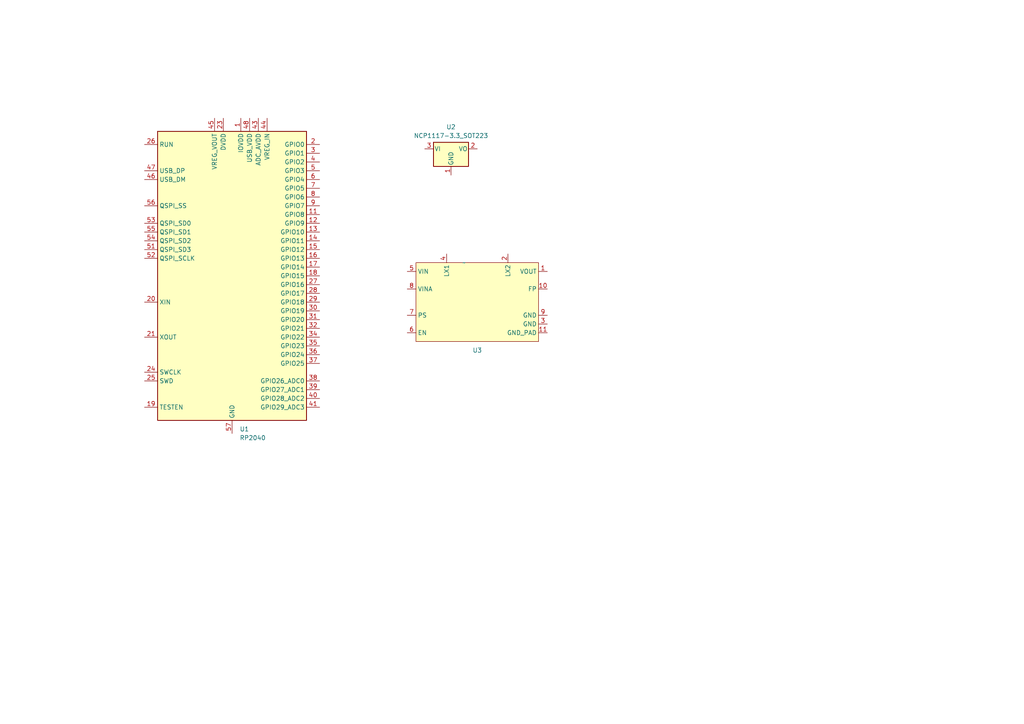
<source format=kicad_sch>
(kicad_sch (version 20230121) (generator eeschema)
  (paper "A4")
  (lib_symbols
    (symbol "MCU_RaspberryPi:RP2040"
      (property "Reference" "U" (at 17.78 45.72 0))
      (property "Value" "RP2040" (at 17.78 43.18 0))
      (symbol "RP2040_0_1"
        (rectangle (start -21.59 41.91) (end 21.59 -41.91) (stroke (width 0.254)) (fill (type background)))
      )
      (symbol "RP2040_1_1"
        (pin power_in line (at 2.54 45.72 270) (length 3.81) (name "IOVDD") (number "1"))
        (pin passive line (at 2.54 45.72 270) (length 3.81) hide (name "IOVDD") (number "10"))
        (pin bidirectional line (at 25.4 17.78 180) (length 3.81) (name "GPIO8") (number "11"))
        (pin bidirectional line (at 25.4 15.24 180) (length 3.81) (name "GPIO9") (number "12"))
        (pin bidirectional line (at 25.4 12.7 180) (length 3.81) (name "GPIO10") (number "13"))
        (pin bidirectional line (at 25.4 10.16 180) (length 3.81) (name "GPIO11") (number "14"))
        (pin bidirectional line (at 25.4 7.62 180) (length 3.81) (name "GPIO12") (number "15"))
        (pin bidirectional line (at 25.4 5.08 180) (length 3.81) (name "GPIO13") (number "16"))
        (pin bidirectional line (at 25.4 2.54 180) (length 3.81) (name "GPIO14") (number "17"))
        (pin bidirectional line (at 25.4 0 180) (length 3.81) (name "GPIO15") (number "18"))
        (pin input line (at -25.4 -38.1 0) (length 3.81) (name "TESTEN") (number "19"))
        (pin bidirectional line (at 25.4 38.1 180) (length 3.81) (name "GPIO0") (number "2"))
        (pin input line (at -25.4 -7.62 0) (length 3.81) (name "XIN") (number "20"))
        (pin passive line (at -25.4 -17.78 0) (length 3.81) (name "XOUT") (number "21"))
        (pin passive line (at 2.54 45.72 270) (length 3.81) hide (name "IOVDD") (number "22"))
        (pin power_in line (at -2.54 45.72 270) (length 3.81) (name "DVDD") (number "23"))
        (pin output line (at -25.4 -27.94 0) (length 3.81) (name "SWCLK") (number "24"))
        (pin bidirectional line (at -25.4 -30.48 0) (length 3.81) (name "SWD") (number "25"))
        (pin input line (at -25.4 38.1 0) (length 3.81) (name "RUN") (number "26"))
        (pin bidirectional line (at 25.4 -2.54 180) (length 3.81) (name "GPIO16") (number "27"))
        (pin bidirectional line (at 25.4 -5.08 180) (length 3.81) (name "GPIO17") (number "28"))
        (pin bidirectional line (at 25.4 -7.62 180) (length 3.81) (name "GPIO18") (number "29"))
        (pin bidirectional line (at 25.4 35.56 180) (length 3.81) (name "GPIO1") (number "3"))
        (pin bidirectional line (at 25.4 -10.16 180) (length 3.81) (name "GPIO19") (number "30"))
        (pin bidirectional line (at 25.4 -12.7 180) (length 3.81) (name "GPIO20") (number "31"))
        (pin bidirectional line (at 25.4 -15.24 180) (length 3.81) (name "GPIO21") (number "32"))
        (pin passive line (at 2.54 45.72 270) (length 3.81) hide (name "IOVDD") (number "33"))
        (pin bidirectional line (at 25.4 -17.78 180) (length 3.81) (name "GPIO22") (number "34"))
        (pin bidirectional line (at 25.4 -20.32 180) (length 3.81) (name "GPIO23") (number "35"))
        (pin bidirectional line (at 25.4 -22.86 180) (length 3.81) (name "GPIO24") (number "36"))
        (pin bidirectional line (at 25.4 -25.4 180) (length 3.81) (name "GPIO25") (number "37"))
        (pin bidirectional line (at 25.4 -30.48 180) (length 3.81) (name "GPIO26_ADC0") (number "38"))
        (pin bidirectional line (at 25.4 -33.02 180) (length 3.81) (name "GPIO27_ADC1") (number "39"))
        (pin bidirectional line (at 25.4 33.02 180) (length 3.81) (name "GPIO2") (number "4"))
        (pin bidirectional line (at 25.4 -35.56 180) (length 3.81) (name "GPIO28_ADC2") (number "40"))
        (pin bidirectional line (at 25.4 -38.1 180) (length 3.81) (name "GPIO29_ADC3") (number "41"))
        (pin passive line (at 2.54 45.72 270) (length 3.81) hide (name "IOVDD") (number "42"))
        (pin power_in line (at 7.62 45.72 270) (length 3.81) (name "ADC_AVDD") (number "43"))
        (pin power_in line (at 10.16 45.72 270) (length 3.81) (name "VREG_IN") (number "44"))
        (pin power_out line (at -5.08 45.72 270) (length 3.81) (name "VREG_VOUT") (number "45"))
        (pin bidirectional line (at -25.4 27.94 0) (length 3.81) (name "USB_DM") (number "46"))
        (pin bidirectional line (at -25.4 30.48 0) (length 3.81) (name "USB_DP") (number "47"))
        (pin power_in line (at 5.08 45.72 270) (length 3.81) (name "USB_VDD") (number "48"))
        (pin passive line (at 2.54 45.72 270) (length 3.81) hide (name "IOVDD") (number "49"))
        (pin bidirectional line (at 25.4 30.48 180) (length 3.81) (name "GPIO3") (number "5"))
        (pin passive line (at -2.54 45.72 270) (length 3.81) hide (name "DVDD") (number "50"))
        (pin bidirectional line (at -25.4 7.62 0) (length 3.81) (name "QSPI_SD3") (number "51"))
        (pin output line (at -25.4 5.08 0) (length 3.81) (name "QSPI_SCLK") (number "52"))
        (pin bidirectional line (at -25.4 15.24 0) (length 3.81) (name "QSPI_SD0") (number "53"))
        (pin bidirectional line (at -25.4 10.16 0) (length 3.81) (name "QSPI_SD2") (number "54"))
        (pin bidirectional line (at -25.4 12.7 0) (length 3.81) (name "QSPI_SD1") (number "55"))
        (pin bidirectional line (at -25.4 20.32 0) (length 3.81) (name "QSPI_SS") (number "56"))
        (pin power_in line (at 0 -45.72 90) (length 3.81) (name "GND") (number "57"))
        (pin bidirectional line (at 25.4 27.94 180) (length 3.81) (name "GPIO4") (number "6"))
        (pin bidirectional line (at 25.4 25.4 180) (length 3.81) (name "GPIO5") (number "7"))
        (pin bidirectional line (at 25.4 22.86 180) (length 3.81) (name "GPIO6") (number "8"))
        (pin bidirectional line (at 25.4 20.32 180) (length 3.81) (name "GPIO7") (number "9"))
      )
    )
    (symbol "Regulator_Linear:NCP1117-3.3_SOT223" (pin_names (offset 0.254))
      (property "Reference" "U" (at -3.81 3.175 0))
      (property "Value" "NCP1117-3.3_SOT223" (at 0 3.175 0))
      (symbol "NCP1117-3.3_SOT223_0_1"
        (rectangle (start -5.08 -5.08) (end 5.08 1.905) (stroke (width 0.254)) (fill (type background)))
      )
      (symbol "NCP1117-3.3_SOT223_1_1"
        (pin power_in line (at 0 -7.62 90) (length 2.54) (name "GND") (number "1"))
        (pin power_out line (at 7.62 0 180) (length 2.54) (name "VO") (number "2"))
        (pin power_in line (at -7.62 0 0) (length 2.54) (name "VI") (number "3"))
      )
    )
    (symbol "lib_cps:RT6150B-33GQW"
      (property "Reference" "U" (at -16.51 12.7 0))
      (symbol "RT6150B-33GQW_1_1"
        (rectangle (start -17.78 11.43) (end 17.78 -11.43) (fill (type background)))
        (pin power_out line (at 20.32 8.89 180) (length 2.54) (name "VOUT") (number "1"))
        (pin input line (at 20.32 3.81 180) (length 2.54) (name "FP") (number "10"))
        (pin input line (at 20.32 -8.89 180) (length 2.54) (name "GND_PAD") (number "11"))
        (pin passive line (at 8.89 13.97 270) (length 2.54) (name "LX2") (number "2"))
        (pin input line (at 20.32 -6.35 180) (length 2.54) (name "GND") (number "3"))
        (pin passive line (at -8.89 13.97 270) (length 2.54) (name "LX1") (number "4"))
        (pin power_in line (at -20.32 8.89 0) (length 2.54) (name "VIN") (number "5"))
        (pin input line (at -20.32 -8.89 0) (length 2.54) (name "EN") (number "6"))
        (pin input line (at -20.32 -3.81 0) (length 2.54) (name "PS") (number "7"))
        (pin power_in line (at -20.32 3.81 0) (length 2.54) (name "VINA") (number "8"))
        (pin input line (at 20.32 -3.81 180) (length 2.54) (name "GND") (number "9"))
      )
    )
  )
  (symbol (lib_id "MCU_RaspberryPi:RP2040") (at 67.31 80.01 0) (unit 1)
    (property "Reference" "U1" (at 69.5041 124.46 0) (effects (justify left)))
    (property "Value" "RP2040" (at 69.5041 127 0) (effects (justify left)))
    (property "Footprint" "Package_DFN_QFN:QFN-56-1EP_7x7mm_P0.4mm_EP3.2x3.2mm" (effects hide))
    (property "Datasheet" "https://datasheets.raspberrypi.com/rp2040/rp2040-datasheet.pdf" (effects hide))
  )
  (symbol (lib_id "Regulator_Linear:NCP1117-3.3_SOT223") (at 130.81 43.18 0) (unit 1)
    (property "Reference" "U2" (at 130.81 36.83 0))
    (property "Value" "NCP1117-3.3_SOT223" (at 130.81 39.37 0))
    (property "Footprint" "Package_TO_SOT_SMD:SOT-223-3_TabPin2" (effects hide))
    (property "Datasheet" "http://www.onsemi.com/pub_link/Collateral/NCP1117-D.PDF" (effects hide))
  )
  (symbol (lib_id "lib_cps:RT6150B-33GQW") (at 138.43 87.63 0) (unit 1)
    (property "Reference" "U3" (at 138.43 101.6 0))
    (property "Value" "~" (at 134.62 76.2 0))
  )
)
</source>
